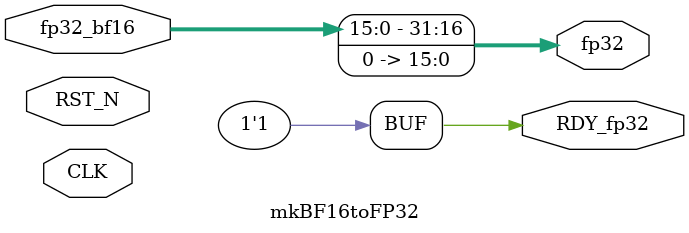
<source format=v>

`ifdef BSV_ASSIGNMENT_DELAY
`else
  `define BSV_ASSIGNMENT_DELAY
`endif

`ifdef BSV_POSITIVE_RESET
  `define BSV_RESET_VALUE 1'b1
  `define BSV_RESET_EDGE posedge
`else
  `define BSV_RESET_VALUE 1'b0
  `define BSV_RESET_EDGE negedge
`endif

module mkBF16toFP32(CLK,
		    RST_N,

		    fp32_bf16,
		    fp32,
		    RDY_fp32);
  input  CLK;
  input  RST_N;

  // value method fp32
  input  [15 : 0] fp32_bf16;
  output [31 : 0] fp32;
  output RDY_fp32;

  // signals for module outputs
  wire [31 : 0] fp32;
  wire RDY_fp32;

  // value method fp32
  assign fp32 = { fp32_bf16, 16'b0 } ;
  assign RDY_fp32 = 1'd1 ;
endmodule  // mkBF16toFP32


</source>
